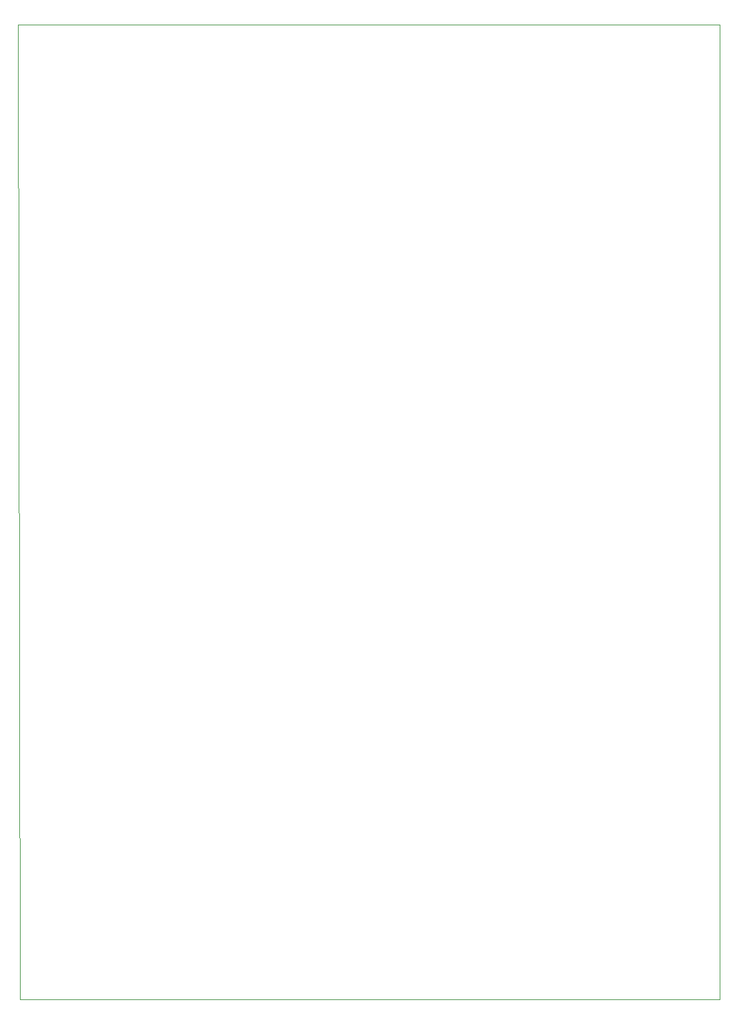
<source format=gm1>
G04 #@! TF.GenerationSoftware,KiCad,Pcbnew,8.0.0*
G04 #@! TF.CreationDate,2024-03-05T22:41:52-05:00*
G04 #@! TF.ProjectId,CANLight,43414e4c-6967-4687-942e-6b696361645f,rev?*
G04 #@! TF.SameCoordinates,Original*
G04 #@! TF.FileFunction,Profile,NP*
%FSLAX46Y46*%
G04 Gerber Fmt 4.6, Leading zero omitted, Abs format (unit mm)*
G04 Created by KiCad (PCBNEW 8.0.0) date 2024-03-05 22:41:52*
%MOMM*%
%LPD*%
G01*
G04 APERTURE LIST*
G04 #@! TA.AperFunction,Profile*
%ADD10C,0.050000*%
G04 #@! TD*
G04 APERTURE END LIST*
D10*
X139250000Y-45000000D02*
X50000000Y-45000000D01*
X139250000Y-169000000D02*
X139250000Y-45000000D01*
X50250000Y-169000000D02*
X139250000Y-169000000D01*
X50000000Y-45000000D02*
X50250000Y-169000000D01*
M02*

</source>
